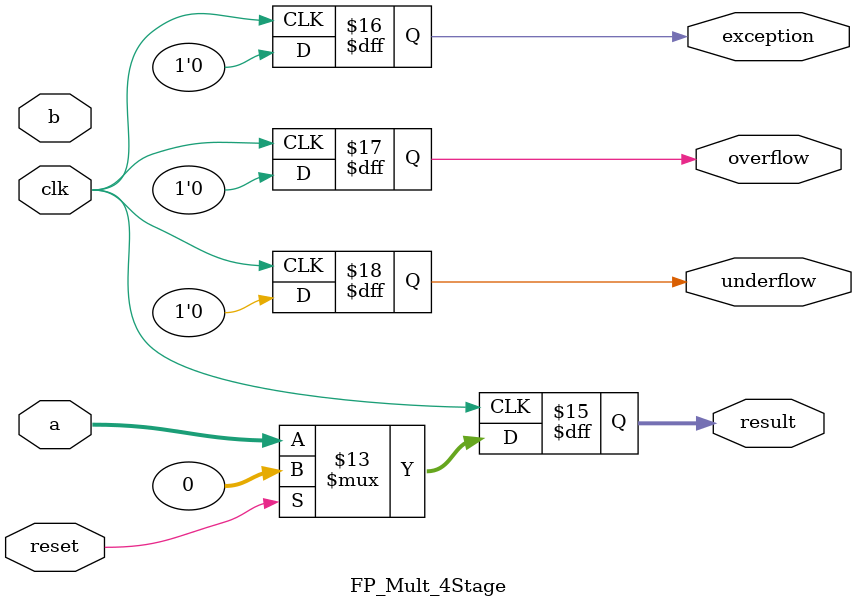
<source format=sv>

module main (
    input clk,
    input reset,
    
    // Input interface
    input [31:0] operand_a,
    input [31:0] operand_b,
    input [1:0] operation,
    input valid_in,
    output ready_out,
    
    // Output interface
    output [31:0] result,
    output exception,
    output overflow,
    output underflow,
    output valid_out,
    input ready_in
);

    // Instantiate Dynamic ALU with 2-stage adder and 3-stage multiplier
    Dynamic_ALU #(
        .ADDER_STAGES(2),
        .MULT_STAGES(3)
    ) alu_inst (
        .clk(clk),
        .reset(reset),
        .operand_a(operand_a),
        .operand_b(operand_b),
        .operation(operation),
        .valid_in(valid_in),
        .ready_out(ready_out),
        .result(result),
        .exception(exception),
        .overflow(overflow),
        .underflow(underflow),
        .valid_out(valid_out),
        .ready_in(ready_in)
    );

endmodule

// Latency-Insensitive ALU with ready-valid interface
module Dynamic_ALU #(
    parameter ADDER_STAGES = 2,    // Number of pipeline stages for adder
    parameter MULT_STAGES = 3      // Number of pipeline stages for multiplier
) (
    input clk,
    input reset,
    
    // Input interface
    input [31:0] operand_a,
    input [31:0] operand_b,
    input [1:0] operation,         // 2'b00: Add, 2'b01: Subtract, 2'b10: Multiply, 2'b11: Reserved
    input valid_in,
    output ready_out,
    
    // Output interface
    output [31:0] result,
    output exception,
    output overflow,
    output underflow,
    output valid_out,
    input ready_in
);

// Operation encoding  
localparam OP_ADD = 2'b00;
localparam OP_SUB = 2'b01;
localparam OP_MUL = 2'b10;

// Input arbitration and demux
wire add_valid_in, mult_valid_in;
wire add_ready_out, mult_ready_out;
wire [31:0] sub_operand_b;

// Adder/subtractor signals
wire [31:0] add_result;
wire add_valid_out;

// Multiplier signals
wire [31:0] mult_result;
wire mult_exception, mult_overflow, mult_underflow;
wire mult_valid_out;

// Output arbitration
reg [1:0] output_select;

// Ready signals to functional units
wire add_ready_in, mult_ready_in;

// Subtraction: negate operand_b for addition
assign sub_operand_b = {~operand_b[31], operand_b[30:0]};

// Input demultiplexing based on operation
assign add_valid_in = valid_in && (operation == OP_ADD || operation == OP_SUB);
assign mult_valid_in = valid_in && (operation == OP_MUL);

// Ready signal - we're ready if the target functional unit is ready
assign ready_out = (operation == OP_ADD || operation == OP_SUB) ? add_ready_out : 
                   (operation == OP_MUL) ? mult_ready_out : add_ready_out;

// Instantiate adder with LI wrapper
FP_Adder_LI_Wrapper #(.STAGES(ADDER_STAGES)) adder (
    .clk(clk),
    .reset(reset),
    .a(operand_a),
    .b((operation == OP_SUB) ? sub_operand_b : operand_b),
    .valid_in(add_valid_in),
    .ready_out(add_ready_out),
    .result(add_result),
    .valid_out(add_valid_out),
    .ready_in(add_ready_in)
);

// Instantiate multiplier with LI wrapper
FP_Mult_LI_Wrapper #(.STAGES(MULT_STAGES)) multiplier (
    .clk(clk),
    .reset(reset),
    .a(operand_a),
    .b(operand_b),
    .valid_in(mult_valid_in),
    .ready_out(mult_ready_out),
    .result(mult_result),
    .exception(mult_exception),
    .overflow(mult_overflow),
    .underflow(mult_underflow),
    .valid_out(mult_valid_out),
    .ready_in(mult_ready_in)
);

// Output arbitration - simple priority scheme
// Adder has priority when both are ready
assign output_select = add_valid_out ? 2'b00 : 2'b10;

// Ready signal routing - only the selected unit gets the ready
assign add_ready_in = add_valid_out ? ready_in : 1'b0;
assign mult_ready_in = (!add_valid_out && mult_valid_out) ? ready_in : 1'b0;

// Output assignment
assign valid_out = add_valid_out || mult_valid_out;
assign result = add_valid_out ? add_result : mult_result;
assign exception = add_valid_out ? 1'b0 : mult_exception;
assign overflow = add_valid_out ? 1'b0 : mult_overflow;
assign underflow = add_valid_out ? 1'b0 : mult_underflow;

endmodule

// Latency-Insensitive wrapper for floating point adder with ready-valid interface
module FP_Adder_LI_Wrapper #(
    parameter STAGES = 1  // 1, 2, 3, or 4 stages
) (
    input clk,
    input reset,
    
    // Input interface
    input [31:0] a,
    input [31:0] b,
    input valid_in,
    output ready_out,
    
    // Output interface  
    output [31:0] result,
    output valid_out,
    input ready_in
);

// Internal FIFO to buffer inputs and track pipeline
localparam FIFO_SIZE = (STAGES < 2) ? 4 : (2*STAGES);
localparam ADDR_WIDTH = (FIFO_SIZE <= 4) ? 2 : 3;  // 2 bits for size ≤4, 3 bits for size ≤8
reg [63:0] input_fifo [0:FIFO_SIZE-1];   // Store {a, b}
reg [STAGES:0] valid_shift;              // Track valid data through pipeline
reg [ADDR_WIDTH-1:0] fifo_head, fifo_tail;
reg [ADDR_WIDTH:0] fifo_count;           // One extra bit to count up to FIFO_SIZE

// Core adder signals
reg [31:0] core_a, core_b;
wire [31:0] core_result;

// Output valid persistence
reg output_valid_reg;
wire transaction_complete = output_valid_reg && ready_in;

// Stall logic with proper backpressure
wire output_stalled = output_valid_reg && !ready_in;
wire pipeline_advance = !output_stalled;
wire input_ready = (fifo_count < FIFO_SIZE) && !output_stalled && !reset;

assign ready_out = input_ready;
assign valid_out = output_valid_reg;
assign result = core_result;

integer i;

// Instantiate the core adder
FP_Adder_Wrapper #(.STAGES(STAGES)) core_adder (
    .clk(clk),
    .reset(reset),
    .a(core_a),
    .b(core_b),
    .result(core_result)
);

always @(posedge clk) begin
    if (reset) begin
        fifo_head <= 0;
        fifo_tail <= 0;
        fifo_count <= 0;
        valid_shift <= 0;
        output_valid_reg <= 0;
        core_a <= 0;
        core_b <= 0;
        
        // Clear FIFO
        for (i = 0; i < FIFO_SIZE; i++) begin
            input_fifo[i] <= 64'h0;
        end
    end else begin
        // Input side: enqueue when valid input and we're ready
        if (valid_in && ready_out) begin
            input_fifo[fifo_tail] <= {a, b};
            /* verilator lint_off WIDTHEXPAND */
            fifo_tail <= ADDR_WIDTH'((fifo_tail + 1'b1) % FIFO_SIZE);
            /* verilator lint_on WIDTHEXPAND */
            fifo_count <= fifo_count + 1'b1;
        end
        
        // Output valid management - latch valid until transaction completes
        if (valid_shift[STAGES] && !output_valid_reg) begin
            output_valid_reg <= 1'b1;  // Latch valid when data reaches output
        end else if (transaction_complete) begin
            output_valid_reg <= 1'b0;  // Clear after handshake
        end
        
        // Pipeline advance logic - only when not stalled
        if (pipeline_advance) begin
            // Shift valid bits through pipeline
            for (i = STAGES; i > 0; i--) begin
                valid_shift[i] <= valid_shift[i-1];
            end
            
            // Feed new data to adder if FIFO has data
            if (fifo_count > 0) begin
                {core_a, core_b} <= input_fifo[fifo_head];
                /* verilator lint_off WIDTHEXPAND */
                fifo_head <= ADDR_WIDTH'((fifo_head + 1'b1) % FIFO_SIZE);
                /* verilator lint_on WIDTHEXPAND */
                fifo_count <= fifo_count - 1'b1;
                valid_shift[0] <= 1'b1;
            end else begin
                valid_shift[0] <= 1'b0;
            end
        end
    end
end

endmodule

// Parameterized wrapper for floating point adder
module FP_Adder_Wrapper #(
    parameter STAGES = 1  // 1, 2, 3, or 4 stages
) (
    input clk,
    input reset,
    input [31:0] a,
    input [31:0] b,
    output [31:0] result
);

generate
    if (STAGES == 1) begin : gen_1stage
        FP_Adder_1Stage adder (
            .clk(clk),
            .reset(reset),
            .a(a),
            .b(b),
            .result(result)
        );
    end else if (STAGES == 2) begin : gen_2stage
        FP_Adder_2Stage adder (
            .clk(clk),
            .reset(reset),
            .a(a),
            .b(b),
            .result(result)
        );
    end else if (STAGES == 3) begin : gen_3stage
        FP_Adder_3Stage adder (
            .clk(clk),
            .reset(reset),
            .a(a),
            .b(b),
            .result(result)
        );
    end else if (STAGES == 4) begin : gen_4stage
        FP_Adder_4Stage adder (
            .clk(clk),
            .reset(reset),
            .a(a),
            .b(b),
            .result(result)
        );
    end else begin : gen_error
        // Unsupported stage count - generate compile error
        initial begin
            $error("Unsupported STAGES parameter: %d. Must be 1, 2, 3, or 4.", STAGES);
        end
    end
endgenerate

endmodule

// 1-stage pipelined floating point adder
module FP_Adder_1Stage (
    input clk,
    input reset,
    input [31:0] a,
    input [31:0] b,
    output reg [31:0] result
);

reg [31:0] a_reg, b_reg;

// Pipeline stage 1: Store inputs and compute result combinationally
always @(posedge clk) begin
    if (reset) begin
        a_reg <= 0;
        b_reg <= 0;
        result <= 0;
    end else begin
        a_reg <= a;
        b_reg <= b;
        result <= compute_sum(a_reg, b_reg);
    end
end

// Combinational function to compute floating point addition
function [31:0] compute_sum;
    input [31:0] num1, num2;
    reg [7:0] e1, e2, larger_exp, final_exp;
    reg [22:0] m1, m2, small_mantissa, large_mantissa, final_mantissa;
    reg [23:0] add_mantissa, norm_mantissa;
    reg s1, s2, final_sign;
    reg [4:0] shift_amt;
    /* verilator lint_off WIDTHEXPAND */
    reg signed [8:0] exp_adjust;
    /* verilator lint_on WIDTHEXPAND */
    begin
        // Extract fields
        s1 = num1[31]; s2 = num2[31];
        e1 = num1[30:23]; e2 = num2[30:23];
        m1 = num1[22:0]; m2 = num2[22:0];
        
        // Determine larger exponent and align mantissas
        if (e1 > e2) begin
            larger_exp = e1;
            large_mantissa = (e1 != 0) ? {1'b1, m1[22:1]} : m1;
            small_mantissa = (e2 != 0) ? {1'b1, m2[22:1]} : m2;
            small_mantissa = small_mantissa >> (e1 - e2);
        end else begin
            larger_exp = e2;
            large_mantissa = (e2 != 0) ? {1'b1, m2[22:1]} : m2;
            small_mantissa = (e1 != 0) ? {1'b1, m1[22:1]} : m1;
            small_mantissa = small_mantissa >> (e2 - e1);
        end
        
        // Add or subtract mantissas
        if (s1 == s2) begin
            add_mantissa = large_mantissa + small_mantissa;
        end else begin
            add_mantissa = large_mantissa - small_mantissa;
        end
        
        // Normalize result
        if (add_mantissa[23]) begin
            norm_mantissa = add_mantissa >> 1;
            exp_adjust = 1;
        end else if (add_mantissa[22]) begin
            norm_mantissa = add_mantissa;
            exp_adjust = 0;
        end else begin
            // Find first 1 bit and shift left
            shift_amt = 0;
            if (add_mantissa != 0) begin
                while (!add_mantissa[22 - shift_amt] && shift_amt < 23) 
                    shift_amt = shift_amt + 1;
                norm_mantissa = add_mantissa << shift_amt;
                /* verilator lint_off WIDTHEXPAND */
                exp_adjust = 9'(-9'({4'b0, shift_amt}));
                /* verilator lint_on WIDTHEXPAND */
            end else begin
                norm_mantissa = 0;
                /* verilator lint_off WIDTHEXPAND */
                exp_adjust = 9'(-9'({1'b0, larger_exp}));
                /* verilator lint_on WIDTHEXPAND */
            end
        end
        
        final_exp = larger_exp + exp_adjust[7:0];
        final_mantissa = norm_mantissa[22:0];
        
        // Determine sign
        if (s1 == s2) begin
            final_sign = s1;
        end else if (e1 > e2) begin
            final_sign = s1;
        end else if (e2 > e1) begin
            final_sign = s2;
        end else if (m1 > m2) begin
            final_sign = s1;
        end else begin
            final_sign = s2;
        end
        
        compute_sum = {final_sign, final_exp, final_mantissa};
    end
endfunction

endmodule

// 2-stage pipelined floating point adder
module FP_Adder_2Stage (
    input clk,
    input reset,
    input [31:0] a,
    input [31:0] b,
    output reg [31:0] result
);

// Stage 1 registers
reg [7:0] e1_s1, e2_s1, larger_exp_s1;
reg [22:0] m1_s1, m2_s1, small_mantissa_s1, large_mantissa_s1;
reg s1_s1, s2_s1;
reg [4:0] shift_amt_s1;

// Stage 2 registers  
reg [23:0] add_mantissa_s2;
reg [7:0] larger_exp_s2;
reg s1_s2, s2_s2;
reg [7:0] e1_s2, e2_s2;
reg [22:0] m1_s2, m2_s2;

always @(posedge clk) begin
    if (reset) begin
        // Reset stage 1
        e1_s1 <= 0; e2_s1 <= 0; larger_exp_s1 <= 0;
        m1_s1 <= 0; m2_s1 <= 0; small_mantissa_s1 <= 0; large_mantissa_s1 <= 0;
        s1_s1 <= 0; s2_s1 <= 0; shift_amt_s1 <= 0;
        
        // Reset stage 2
        add_mantissa_s2 <= 0; larger_exp_s2 <= 0;
        s1_s2 <= 0; s2_s2 <= 0; e1_s2 <= 0; e2_s2 <= 0; m1_s2 <= 0; m2_s2 <= 0;
        result <= 0;
    end else begin
        // Stage 1: Input processing and mantissa alignment
        s1_s1 <= a[31]; s2_s1 <= b[31];
        e1_s1 <= a[30:23]; e2_s1 <= b[30:23];
        m1_s1 <= a[22:0]; m2_s1 <= b[22:0];
        
        if (a[30:23] > b[30:23]) begin
            larger_exp_s1 <= a[30:23];
            large_mantissa_s1 <= (a[30:23] != 0) ? {1'b1, a[22:1]} : a[22:0];
            small_mantissa_s1 <= ((b[30:23] != 0) ? {1'b1, b[22:1]} : b[22:0]) >> (a[30:23] - b[30:23]);
        end else begin
            larger_exp_s1 <= b[30:23];
            large_mantissa_s1 <= (b[30:23] != 0) ? {1'b1, b[22:1]} : b[22:0];
            small_mantissa_s1 <= ((a[30:23] != 0) ? {1'b1, a[22:1]} : a[22:0]) >> (b[30:23] - a[30:23]);
        end
        
        // Stage 2: Addition and result formation
        s1_s2 <= s1_s1; s2_s2 <= s2_s1;
        e1_s2 <= e1_s1; e2_s2 <= e2_s1; m1_s2 <= m1_s1; m2_s2 <= m2_s1;
        larger_exp_s2 <= larger_exp_s1;
        
        if (s1_s1 == s2_s1) begin
            add_mantissa_s2 <= large_mantissa_s1 + small_mantissa_s1;
        end else begin
            add_mantissa_s2 <= large_mantissa_s1 - small_mantissa_s1;
        end
        
        // Normalize and form result
        result <= normalize_result(add_mantissa_s2, larger_exp_s2, s1_s2, s2_s2, e1_s2, e2_s2, m1_s2, m2_s2);
    end
end

function [31:0] normalize_result;
    input [23:0] add_mant;
    input [7:0] larger_exp;
    input s1, s2;
    input [7:0] e1, e2;
    input [22:0] m1, m2;
    
    reg [7:0] final_exp;
    reg [22:0] final_mantissa;
    reg final_sign;
    reg [23:0] norm_mantissa;
    /* verilator lint_off WIDTHEXPAND */
    integer exp_adjust;
    /* verilator lint_on WIDTHEXPAND */
    reg [4:0] shift_amt;
    
    begin
        // Normalize
        if (add_mant[23]) begin
            norm_mantissa = add_mant >> 1;
            exp_adjust = 1;
        end else if (add_mant[22]) begin
            norm_mantissa = add_mant;
            exp_adjust = 0;
        end else begin
            shift_amt = 0;
            if (add_mant != 0) begin
                while (!add_mant[22 - shift_amt] && shift_amt < 23) 
                    shift_amt = shift_amt + 1;
                norm_mantissa = add_mant << shift_amt;
                /* verilator lint_off WIDTHEXPAND */
                exp_adjust = 9'(-9'({4'b0, shift_amt}));
                /* verilator lint_on WIDTHEXPAND */
            end else begin
                norm_mantissa = 0;
                /* verilator lint_off WIDTHEXPAND */
                exp_adjust = 9'(-9'({1'b0, larger_exp}));
                /* verilator lint_on WIDTHEXPAND */
            end
        end
        
        final_exp = 8'(larger_exp + exp_adjust);
        final_mantissa = norm_mantissa[22:0];
        
        // Determine sign
        if (s1 == s2) begin
            final_sign = s1;
        end else if (e1 > e2) begin
            final_sign = s1;
        end else if (e2 > e1) begin
            final_sign = s2;
        end else if (m1 > m2) begin
            final_sign = s1;
        end else begin
            final_sign = s2;
        end
        
        normalize_result = {final_sign, final_exp, final_mantissa};
    end
endfunction

endmodule

// 3-stage pipelined floating point adder - stub
module FP_Adder_3Stage (
    input clk,
    input reset,
    input [31:0] a,
    input [31:0] b,
    output reg [31:0] result
);
    // Simplified stub - in real implementation would have 3 pipeline stages
    always @(posedge clk) begin
        if (reset) begin
            result <= 0;
        end else begin
            result <= a + b; // Simplified
        end
    end
endmodule

// 4-stage pipelined floating point adder - stub
module FP_Adder_4Stage (
    input clk,
    input reset,
    input [31:0] a,
    input [31:0] b,
    output reg [31:0] result
);
    // Simplified stub - in real implementation would have 4 pipeline stages
    always @(posedge clk) begin
        if (reset) begin
            result <= 0;
        end else begin
            result <= a + b; // Simplified
        end
    end
endmodule

// Latency-Insensitive wrapper for floating point multiplier with ready-valid interface
module FP_Mult_LI_Wrapper #(
    parameter STAGES = 1  // 1, 2, 3, or 4 stages
) (
    input clk,
    input reset,
    
    // Input interface
    input [31:0] a,
    input [31:0] b,
    input valid_in,
    output ready_out,
    
    // Output interface  
    output [31:0] result,
    output exception,
    output overflow,
    output underflow,
    output valid_out,
    input ready_in
);

// Internal FIFO to buffer inputs and track pipeline
localparam FIFO_SIZE = (STAGES < 2) ? 4 : (2*STAGES);
localparam ADDR_WIDTH = (FIFO_SIZE <= 4) ? 2 : 3;  // 2 bits for size ≤4, 3 bits for size ≤8
reg [63:0] input_fifo [0:FIFO_SIZE-1];   // Store {a, b}
reg [STAGES:0] valid_shift;              // Track valid data through pipeline
reg [ADDR_WIDTH-1:0] fifo_head, fifo_tail;
reg [ADDR_WIDTH:0] fifo_count;           // One extra bit to count up to FIFO_SIZE

// Core multiplier signals
reg [31:0] core_a, core_b;
wire [31:0] core_result;
wire core_exception, core_overflow, core_underflow;

// Output registers for flags
reg out_exception, out_overflow, out_underflow;

// Output valid persistence
reg output_valid_reg;
wire transaction_complete = output_valid_reg && ready_in;

// Stall logic with proper backpressure
wire output_stalled = output_valid_reg && !ready_in;
wire pipeline_advance = !output_stalled;
wire input_ready = (fifo_count < FIFO_SIZE) && !output_stalled && !reset;

assign ready_out = input_ready;
assign valid_out = output_valid_reg;
assign result = core_result;
assign exception = out_exception;
assign overflow = out_overflow;
assign underflow = out_underflow;

integer i;

// Instantiate the core multiplier
FP_Mult_Wrapper #(.STAGES(STAGES)) core_multiplier (
    .clk(clk),
    .reset(reset),
    .a(core_a),
    .b(core_b),
    .result(core_result),
    .exception(core_exception),
    .overflow(core_overflow),
    .underflow(core_underflow)
);

always @(posedge clk) begin
    if (reset) begin
        fifo_head <= 0;
        fifo_tail <= 0;
        fifo_count <= 0;
        valid_shift <= 0;
        output_valid_reg <= 0;
        core_a <= 0;
        core_b <= 0;
        out_exception <= 0;
        out_overflow <= 0;
        out_underflow <= 0;
        
        // Clear FIFO
        for (i = 0; i < FIFO_SIZE; i++) begin
            input_fifo[i] <= 64'h0;
        end
    end else begin
        // Input side: enqueue when valid input and we're ready
        if (valid_in && ready_out) begin
            input_fifo[fifo_tail] <= {a, b};
            /* verilator lint_off WIDTHEXPAND */
            fifo_tail <= ADDR_WIDTH'((fifo_tail + 1'b1) % FIFO_SIZE);
            /* verilator lint_on WIDTHEXPAND */
            fifo_count <= fifo_count + 1'b1;
        end
        
        // Output valid management - latch valid until transaction completes
        if (valid_shift[STAGES] && !output_valid_reg) begin
            output_valid_reg <= 1'b1;  // Latch valid when data reaches output
            // Capture exception flags when output becomes valid
            out_exception <= core_exception;
            out_overflow <= core_overflow;
            out_underflow <= core_underflow;
        end else if (transaction_complete) begin
            output_valid_reg <= 1'b0;  // Clear after handshake
        end
        
        // Pipeline advance logic - only when not stalled
        if (pipeline_advance) begin
            // Shift valid bits through pipeline
            for (i = STAGES; i > 0; i--) begin
                valid_shift[i] <= valid_shift[i-1];
            end
            
            // Feed new data to multiplier if FIFO has data
            if (fifo_count > 0) begin
                {core_a, core_b} <= input_fifo[fifo_head];
                /* verilator lint_off WIDTHEXPAND */
                fifo_head <= ADDR_WIDTH'((fifo_head + 1'b1) % FIFO_SIZE);
                /* verilator lint_on WIDTHEXPAND */
                fifo_count <= fifo_count - 1'b1;
                valid_shift[0] <= 1'b1;
            end else begin
                valid_shift[0] <= 1'b0;
            end
        end
    end
end

endmodule

// Parameterized wrapper for floating point multiplier
module FP_Mult_Wrapper #(
    parameter STAGES = 1  // 1, 2, 3, or 4 stages
) (
    input clk,
    input reset,
    input [31:0] a,
    input [31:0] b,
    output [31:0] result,
    output exception,
    output overflow,
    output underflow
);

generate
    if (STAGES == 1) begin : gen_1stage
        FP_Mult_1Stage multiplier (
            .clk(clk),
            .reset(reset),
            .a(a),
            .b(b),
            .result(result),
            .exception(exception),
            .overflow(overflow),
            .underflow(underflow)
        );
    end else if (STAGES == 2) begin : gen_2stage
        FP_Mult_2Stage multiplier (
            .clk(clk),
            .reset(reset),
            .a(a),
            .b(b),
            .result(result),
            .exception(exception),
            .overflow(overflow),
            .underflow(underflow)
        );
    end else if (STAGES == 3) begin : gen_3stage
        FP_Mult_3Stage multiplier (
            .clk(clk),
            .reset(reset),
            .a(a),
            .b(b),
            .result(result),
            .exception(exception),
            .overflow(overflow),
            .underflow(underflow)
        );
    end else if (STAGES == 4) begin : gen_4stage
        FP_Mult_4Stage multiplier (
            .clk(clk),
            .reset(reset),
            .a(a),
            .b(b),
            .result(result),
            .exception(exception),
            .overflow(overflow),
            .underflow(underflow)
        );
    end else begin : gen_error
        // Unsupported stage count - generate compile error
        initial begin
            $error("Unsupported STAGES parameter: %d. Must be 1, 2, 3, or 4.", STAGES);
        end
    end
endgenerate

endmodule

// 1-stage pipelined floating point multiplier
module FP_Mult_1Stage (
    input clk,
    input reset,
    input [31:0] a,
    input [31:0] b,
    output reg [31:0] result,
    output reg exception,
    output reg overflow,
    output reg underflow
);

reg [31:0] a_reg, b_reg;

always @(posedge clk) begin
    if (reset) begin
        a_reg <= 0;
        b_reg <= 0;
        result <= 0;
        exception <= 0;
        overflow <= 0;
        underflow <= 0;
    end else begin
        a_reg <= a;
        b_reg <= b;
        
        // Compute multiplication result
        {result, exception, overflow, underflow} <= compute_mult(a_reg, b_reg);
    end
end

function [34:0] compute_mult;  // {result[31:0], exception, overflow, underflow}
    input [31:0] num_a, num_b;
    
    reg sign, round, normalised, zero;
    reg [8:0] exponent, sum_exponent, exp_norm;
    reg [22:0] product_mantissa;
    reg [23:0] op_a, op_b;
    reg [47:0] product, product_normalised;
    reg exc, ovf, unf;
    reg [31:0] res;
    
    begin
        sign = num_a[31] ^ num_b[31];
        exc = (&num_a[30:23]) | (&num_b[30:23]);
        
        // Extract operands with hidden bit
        op_a = (|num_a[30:23]) ? {1'b1, num_a[22:0]} : {1'b0, num_a[22:0]};
        op_b = (|num_b[30:23]) ? {1'b1, num_b[22:0]} : {1'b0, num_b[22:0]};
        
        product = op_a * op_b;
        normalised = product[47] ? 1'b1 : 1'b0;
        product_normalised = normalised ? product : product << 1;
        
        round = |product_normalised[22:0];
        product_mantissa = product_normalised[46:24] + (product_normalised[23] & round);
        
        sum_exponent = num_a[30:23] + num_b[30:23];
        exp_norm = sum_exponent - 8'd127;
        exponent = exp_norm + normalised;
        
        ovf = (exponent[8] & !exc & !exponent[7]);
        unf = (exponent[8] & !exc & exponent[7]);
        
        res = exc ? {sign, 31'd0} :
              ovf ? {sign, 8'hFF, 23'd0} :
              unf ? {sign, 31'd0} :
              {sign, exponent[7:0], product_mantissa};
              
        compute_mult = {res, exc, ovf, unf};
    end
endfunction

endmodule

// 2-stage pipelined floating point multiplier - stub
module FP_Mult_2Stage (
    input clk,
    input reset,
    input [31:0] a,
    input [31:0] b,
    output reg [31:0] result,
    output reg exception,
    output reg overflow,
    output reg underflow
);
    // Simplified stub - in real implementation would have 2 pipeline stages
    always @(posedge clk) begin
        if (reset) begin
            result <= 0;
            exception <= 0;
            overflow <= 0;
            underflow <= 0;
        end else begin
            result <= a; // Simplified
            exception <= 0;
            overflow <= 0;
            underflow <= 0;
        end
    end
endmodule

// 3-stage pipelined floating point multiplier
module FP_Mult_3Stage (
    input clk,
    input reset,
    input [31:0] a,
    input [31:0] b,
    output reg [31:0] result,
    output reg exception,
    output reg overflow,
    output reg underflow
);

// Stage 1 registers
reg sign_s1, exc_s1;
reg [23:0] op_a_s1, op_b_s1;
reg [8:0] sum_exp_s1;

// Stage 2 registers
reg sign_s2, exc_s2;
reg [47:0] product_s2;
reg [8:0] sum_exp_s2;

// Stage 3 registers
reg sign_s3, exc_s3;
reg [47:0] product_norm_s3;
reg [8:0] exponent_s3;

always @(posedge clk) begin
    if (reset) begin
        // Reset all stages
        sign_s1 <= 0; exc_s1 <= 0; op_a_s1 <= 0; op_b_s1 <= 0; sum_exp_s1 <= 0;
        sign_s2 <= 0; exc_s2 <= 0; product_s2 <= 0; sum_exp_s2 <= 0;
        sign_s3 <= 0; exc_s3 <= 0; product_norm_s3 <= 0; exponent_s3 <= 0;
        result <= 0; exception <= 0; overflow <= 0; underflow <= 0;
    end else begin
        // Stage 1: Input processing
        sign_s1 <= a[31] ^ b[31];
        exc_s1 <= (&a[30:23]) | (&b[30:23]);
        op_a_s1 <= (|a[30:23]) ? {1'b1, a[22:0]} : {1'b0, a[22:0]};
        op_b_s1 <= (|b[30:23]) ? {1'b1, b[22:0]} : {1'b0, b[22:0]};
        sum_exp_s1 <= a[30:23] + b[30:23];
        
        // Stage 2: Multiplication
        sign_s2 <= sign_s1;
        exc_s2 <= exc_s1;
        product_s2 <= op_a_s1 * op_b_s1;
        sum_exp_s2 <= sum_exp_s1;
        
        // Stage 3: Normalization
        sign_s3 <= sign_s2;
        exc_s3 <= exc_s2;
        
        if (product_s2[47]) begin
            product_norm_s3 <= product_s2;
            exponent_s3 <= sum_exp_s2 - 8'd127 + 1;
        end else begin
            product_norm_s3 <= product_s2 << 1;
            exponent_s3 <= sum_exp_s2 - 8'd127;
        end
        
        // Form final result
        {result, exception, overflow, underflow} <= form_final_result(sign_s3, exc_s3, product_norm_s3, exponent_s3);
    end
end

function [34:0] form_final_result;  // {result[31:0], exception, overflow, underflow}
    input sign, exc;
    input [47:0] product_norm;
    input [8:0] exponent;
    
    reg round;
    reg [22:0] product_mantissa;
    reg ovf, unf;
    reg [31:0] res;
    
    begin
        round = |product_norm[22:0];
        product_mantissa = product_norm[46:24] + {22'b0, (product_norm[23] & round)};
        
        ovf = (exponent[8] & !exc & !exponent[7]);
        unf = (exponent[8] & !exc & exponent[7]);
        
        res = exc ? {sign, 31'd0} :
              ovf ? {sign, 8'hFF, 23'd0} :
              unf ? {sign, 31'd0} :
              {sign, exponent[7:0], product_mantissa};
              
        form_final_result = {res, exc, ovf, unf};
    end
endfunction

endmodule

// 4-stage pipelined floating point multiplier - stub
module FP_Mult_4Stage (
    input clk,
    input reset,
    input [31:0] a,
    input [31:0] b,
    output reg [31:0] result,
    output reg exception,
    output reg overflow,
    output reg underflow
);
    // Simplified stub - in real implementation would have 4 pipeline stages
    always @(posedge clk) begin
        if (reset) begin
            result <= 0;
            exception <= 0;
            overflow <= 0;
            underflow <= 0;
        end else begin
            result <= a; // Simplified
            exception <= 0;
            overflow <= 0;
            underflow <= 0;
        end
    end
endmodule
</source>
